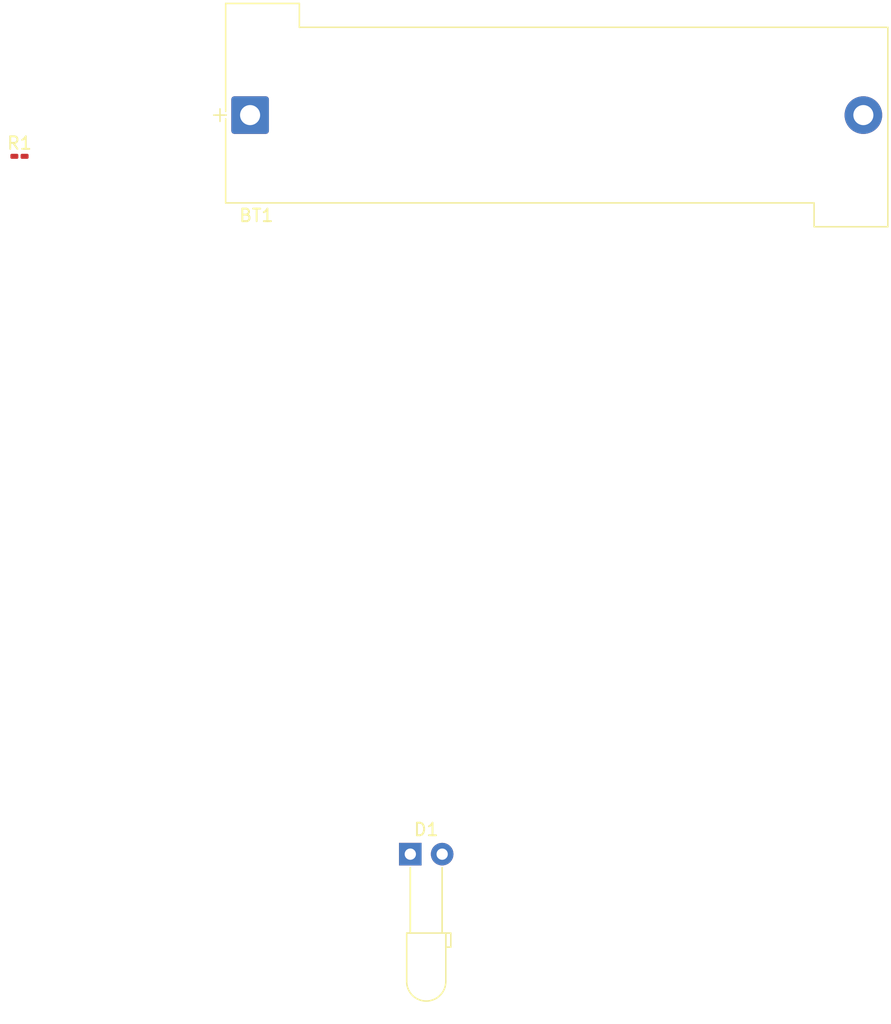
<source format=kicad_pcb>
(kicad_pcb (version 20241229) (generator "pcbnew") (generator_version "9.0")
  (layers (0 "F.Cu" signal) (2 "B.Cu" signal) (13 "F.Paste" user) (15 "B.Paste" user) (5 "F.SilkS" user "F.Silkscreen") (7 "B.SilkS" user "B.Silkscreen") (1 "F.Mask" user) (3 "B.Mask" user) (25 "Edge.Cuts" user))
  (net 0 "")
  (net 1 "Net-(BT1-+)")
  (net 2 "Net-(BT1--)")
  (net 3 "Net-(D1-A)")
  (footprint "LED_THT:LED_D3.0mm_Horizontal_O6.35mm_Z2.0mm" (layer "F.Cu") (at 140.23 120.625)
    (property "Reference" "D1" (at 1.27 -1.96 0) (layer "F.SilkS"))
    (property "Value" "LED")
    (fp_line (start -0.29 6.29) (end -0.29 10.15) (stroke (width 0.12)) (layer "F.SilkS"))
    (fp_line (start -0.29 6.29) (end 2.83 6.29) (stroke (width 0.12)) (layer "F.SilkS"))
    (fp_line (start 0 1.08) (end 0 1.08) (stroke (width 0.12)) (layer "F.SilkS"))
    (fp_line (start 0 1.08) (end 0 6.29) (stroke (width 0.12)) (layer "F.SilkS"))
    (fp_line (start 0 6.29) (end 0 1.08) (stroke (width 0.12)) (layer "F.SilkS"))
    (fp_line (start 0 6.29) (end 0 6.29) (stroke (width 0.12)) (layer "F.SilkS"))
    (fp_line (start 2.54 1.08) (end 2.54 1.08) (stroke (width 0.12)) (layer "F.SilkS"))
    (fp_line (start 2.54 1.08) (end 2.54 6.29) (stroke (width 0.12)) (layer "F.SilkS"))
    (fp_line (start 2.54 6.29) (end 2.54 1.08) (stroke (width 0.12)) (layer "F.SilkS"))
    (fp_line (start 2.54 6.29) (end 2.54 6.29) (stroke (width 0.12)) (layer "F.SilkS"))
    (fp_line (start 2.83 6.29) (end 2.83 10.15) (stroke (width 0.12)) (layer "F.SilkS"))
    (fp_line (start 2.83 6.29) (end 3.23 6.29) (stroke (width 0.12)) (layer "F.SilkS"))
    (fp_line (start 2.83 7.41) (end 2.83 6.29) (stroke (width 0.12)) (layer "F.SilkS"))
    (fp_line (start 3.23 6.29) (end 3.23 7.41) (stroke (width 0.12)) (layer "F.SilkS"))
    (fp_line (start 3.23 7.41) (end 2.83 7.41) (stroke (width 0.12)) (layer "F.SilkS"))
    (fp_arc (start 2.83 10.15) (mid 1.27 11.71) (end -0.29 10.15) (stroke (width 0.12)) (layer "F.SilkS"))
    (pad "1" thru_hole rect (at 0 0) (size 1.8 1.8) (drill 0.9) (layers "*.Cu" "*.Mask") (net 2 "Net-(BT1--)"))
    (pad "2" thru_hole circle (at 2.54 0) (size 1.8 1.8) (drill 0.9) (layers "*.Cu" "*.Mask") (net 3 "Net-(D1-A)"))
  )
  (footprint "Battery:BatteryHolder_Bulgin_BX0034_1xAAA" (layer "F.Cu") (at 127.455 61.715)
    (property "Reference" "BT1" (at 0.5 8 0) (layer "F.SilkS"))
    (property "Value" "9V")
    (fp_line (start -2.4 -0.5) (end -2.4 0.5) (stroke (width 0.12)) (layer "F.SilkS"))
    (fp_line (start -1.95 -0.3) (end -1.95 -8.9) (stroke (width 0.12)) (layer "F.SilkS"))
    (fp_line (start -1.95 7) (end -1.95 0.3) (stroke (width 0.12)) (layer "F.SilkS"))
    (fp_line (start -1.95 7) (end 44.97 7) (stroke (width 0.12)) (layer "F.SilkS"))
    (fp_line (start -1.9 0) (end -2.9 0) (stroke (width 0.12)) (layer "F.SilkS"))
    (fp_line (start 3.93 -8.9) (end -1.95 -8.9) (stroke (width 0.12)) (layer "F.SilkS"))
    (fp_line (start 3.93 -8.9) (end 3.93 -7) (stroke (width 0.12)) (layer "F.SilkS"))
    (fp_line (start 44.97 8.9) (end 44.97 7) (stroke (width 0.12)) (layer "F.SilkS"))
    (fp_line (start 44.97 8.9) (end 50.85 8.9) (stroke (width 0.12)) (layer "F.SilkS"))
    (fp_line (start 50.85 -7) (end 3.93 -7) (stroke (width 0.12)) (layer "F.SilkS"))
    (fp_line (start 50.85 -7) (end 50.85 8.9) (stroke (width 0.12)) (layer "F.SilkS"))
    (pad "" np_thru_hole circle (at 10.5 0) (size 3.2 3.2) (drill 3.2) (layers "*.Cu" "*.Mask"))
    (pad "" np_thru_hole circle (at 38.4 0) (size 3.2 3.2) (drill 3.2) (layers "*.Cu" "*.Mask"))
    (pad "1" thru_hole roundrect (at 0 0) (size 3 3) (drill 1.6) (layers "*.Cu" "*.Mask") (roundrect_rratio 0.08333333333) (net 1 "Net-(BT1-+)"))
    (pad "2" thru_hole circle (at 48.9 0) (size 3 3) (drill 1.6) (layers "*.Cu" "*.Mask") (net 2 "Net-(BT1--)"))
  )
  (footprint "Resistor_SMD:R_0201_0603Metric_Pad0.64x0.40mm_HandSolder" (layer "F.Cu") (at 109.0675 65)
    (property "Reference" "R1" (at 0 -1.05 0) (layer "F.SilkS"))
    (property "Value" "200")
    (pad "1" smd roundrect (at -0.4075 0) (size 0.635 0.4) (layers "F.Cu" "F.Mask") (net 3 "Net-(D1-A)"))
    (pad "2" smd roundrect (at 0.4075 0) (size 0.635 0.4) (layers "F.Cu" "F.Mask") (net 1 "Net-(BT1-+)"))
  )
)
</source>
